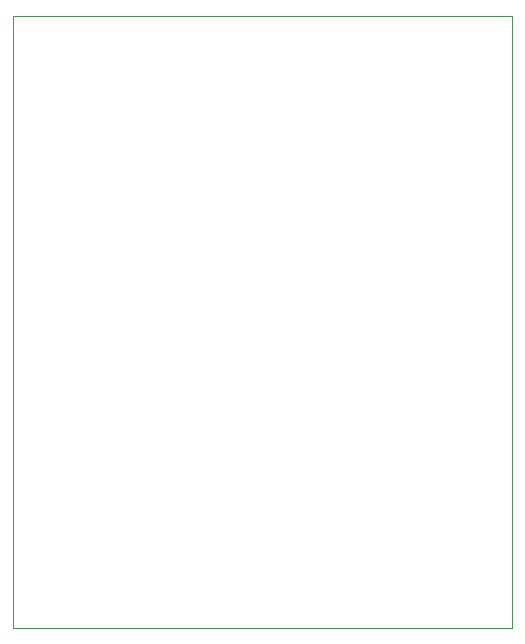
<source format=gbr>
%TF.GenerationSoftware,KiCad,Pcbnew,8.0.8*%
%TF.CreationDate,2025-02-27T11:16:46-08:00*%
%TF.ProjectId,Vanguard_new,56616e67-7561-4726-945f-6e65772e6b69,rev?*%
%TF.SameCoordinates,Original*%
%TF.FileFunction,Profile,NP*%
%FSLAX46Y46*%
G04 Gerber Fmt 4.6, Leading zero omitted, Abs format (unit mm)*
G04 Created by KiCad (PCBNEW 8.0.8) date 2025-02-27 11:16:46*
%MOMM*%
%LPD*%
G01*
G04 APERTURE LIST*
%TA.AperFunction,Profile*%
%ADD10C,0.050000*%
%TD*%
G04 APERTURE END LIST*
D10*
X134652785Y-83970551D02*
X92382785Y-83970551D01*
X92382785Y-135840551D02*
X134652785Y-135840551D01*
X134652785Y-90634974D02*
X134652785Y-83970551D01*
X134652785Y-99824974D02*
X134652785Y-90634974D01*
X92382785Y-83970551D02*
X92382785Y-135840551D01*
X134652785Y-135840551D02*
X134652785Y-99824974D01*
M02*

</source>
